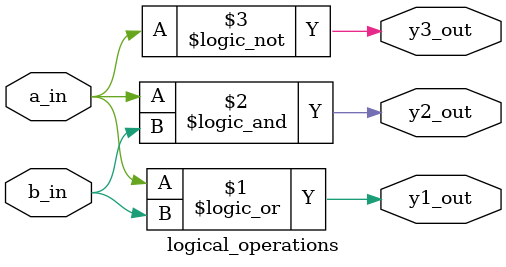
<source format=v>
`timescale 1ns / 1ps


module logical_operations(input a_in,
                          input b_in,
                          output y1_out,
                          output y2_out,
                          output y3_out

    );
    
    assign y1_out= a_in || b_in;
    assign y2_out= a_in && b_in;
    assign y3_out= !a_in;
endmodule

</source>
